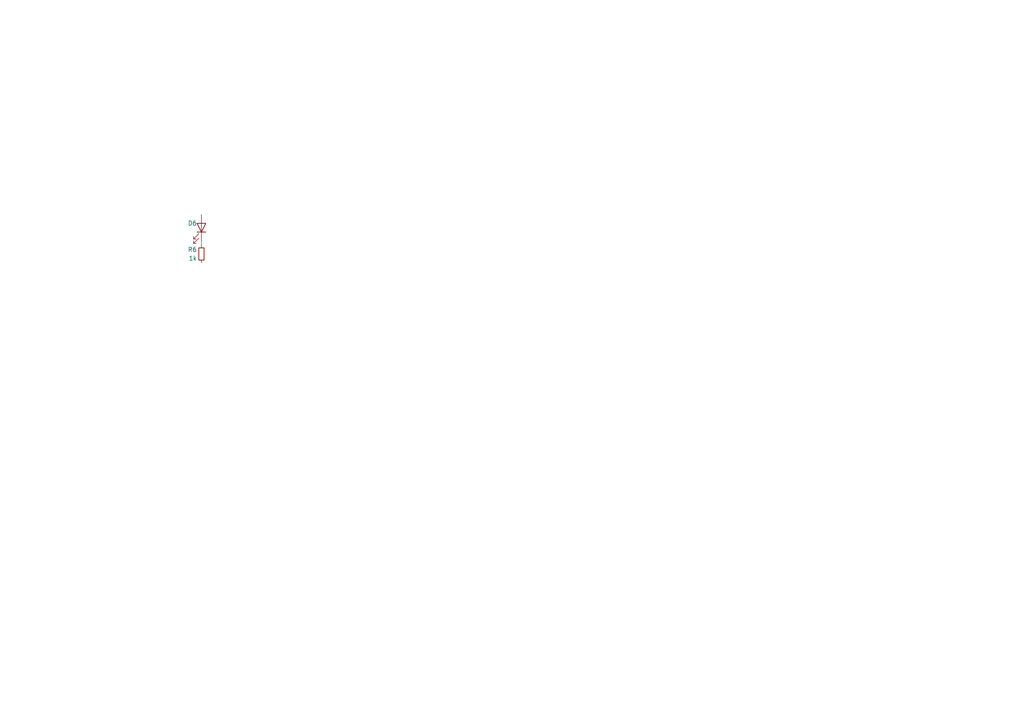
<source format=kicad_sch>
(kicad_sch (version 20250114) (generator "eeschema") (generator_version "9.0")
  (paper "A4")
  (lib_symbols
    (symbol "jlcpcb-basic-resistor-0402:1k"
      (property "Reference" "R" (at 0.762 0.508 0))
      (property "Value" "1k" (at 0.762 -1.016 0))
      (symbol "1k_0_0"
        (rectangle (start -0.762 1.778) (end 0.762 -1.778) (stroke (width 0.2032)))
        (pin passive line (at 0 2.54 270) (length 0.762) (name "~") (number "1"))
        (pin passive line (at 0 -2.54 90) (length 0.762) (name "~") (number "2"))
      )
    )
    (symbol "tom-opto:LED_JLCPCB_0603_YELLOW" (pin_numbers (hide yes)) (pin_names (offset 1.016) (hide yes))
      (property "Reference" "D" (at 0 2.54 0))
      (symbol "LED_JLCPCB_0603_YELLOW_0_1"
        (polyline (pts (xy -3.048 -0.762) (xy -4.572 -2.286) (xy -3.81 -2.286) (xy -4.572 -2.286) (xy -4.572 -1.524)))
        (polyline (pts (xy -1.778 -0.762) (xy -3.302 -2.286) (xy -2.54 -2.286) (xy -3.302 -2.286) (xy -3.302 -1.524)))
        (polyline (pts (xy -1.27 0) (xy 1.27 0)))
        (polyline (pts (xy -1.27 -1.27) (xy -1.27 1.27)) (stroke (width 0.2032)))
        (polyline (pts (xy 1.27 -1.27) (xy 1.27 1.27) (xy -1.27 0) (xy 1.27 -1.27)) (stroke (width 0.2032)))
      )
      (symbol "LED_JLCPCB_0603_YELLOW_1_1"
        (pin passive line (at -3.81 0 0) (length 2.54) (name "K") (number "1"))
        (pin passive line (at 3.81 0 180) (length 2.54) (name "A") (number "2"))
      )
    )
  )
  (wire (pts (xy 58.42 71.12) (xy 58.42 69.85)))
  (symbol (lib_id "jlcpcb-basic-resistor-0402:1k") (at 58.42 73.66 0) (mirror y) (unit 1)
    (property "Reference" "R6" (at 57.15 72.39 0) (effects (justify left)))
    (property "Value" "1k" (at 57.15 74.93 0) (effects (justify left)))
    (property "Footprint" "tom-passives:R_0402_1005Metric" (effects (hide yes)))
    (property "Datasheet" "https://datasheet.lcsc.com/lcsc/2110251730_UNI-ROYAL-Uniroyal-Elec-0402WGF1001TCE_C11702.pdf" (effects (hide yes)))
    (property "LCSC" "C11702" (effects (hide yes)))
    (property "MFG" "UNI-ROYAL(Uniroyal Elec)" (effects (hide yes)))
    (property "MFGPN" "0402WGF1001TCE" (effects (hide yes)))
  )
  (symbol (lib_id "tom-opto:LED_JLCPCB_0603_YELLOW") (at 58.42 66.04 270) (mirror x) (unit 1)
    (property "Reference" "D6" (at 57.15 64.77 90) (effects (justify right)))
    (property "Value" "YELLOW" (effects (hide yes)))
    (property "Footprint" "tom-opto:LED_0805_2012Metric" (effects (hide yes)))
    (property "LCSC" "C2296" (effects (hide yes)))
  )
)
</source>
